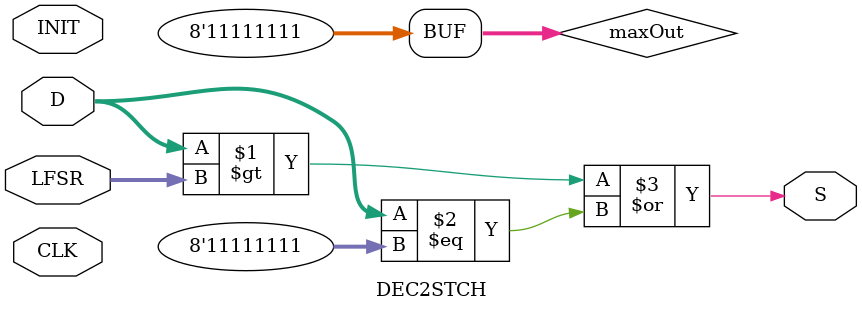
<source format=v>

module DEC2STCH(CLK,D,LFSR,S,INIT);

parameter ND = 8; 					// precision of decimal fraction
parameter LFSR_S = ND; 			// LFSR size

input [ND-1:0] D; 					// input probability scaled to x/256
input [LFSR_S-1:0] LFSR; // LFSR comparator value
input CLK,INIT; 

output S; 								// stochastic bit

//reg Comp = 1'b0; 								// comparator output

//assign S = Comp;

//always @(posedge CLK) begin
//	#2 Comp <= (D>LFSR) ? 1'b1 : 1'b0;
//end	

wire [ND-1:0] maxOut;
assign maxOut = 1'b0-1'b1;

assign S = (D>LFSR)|(D==maxOut);

endmodule
</source>
